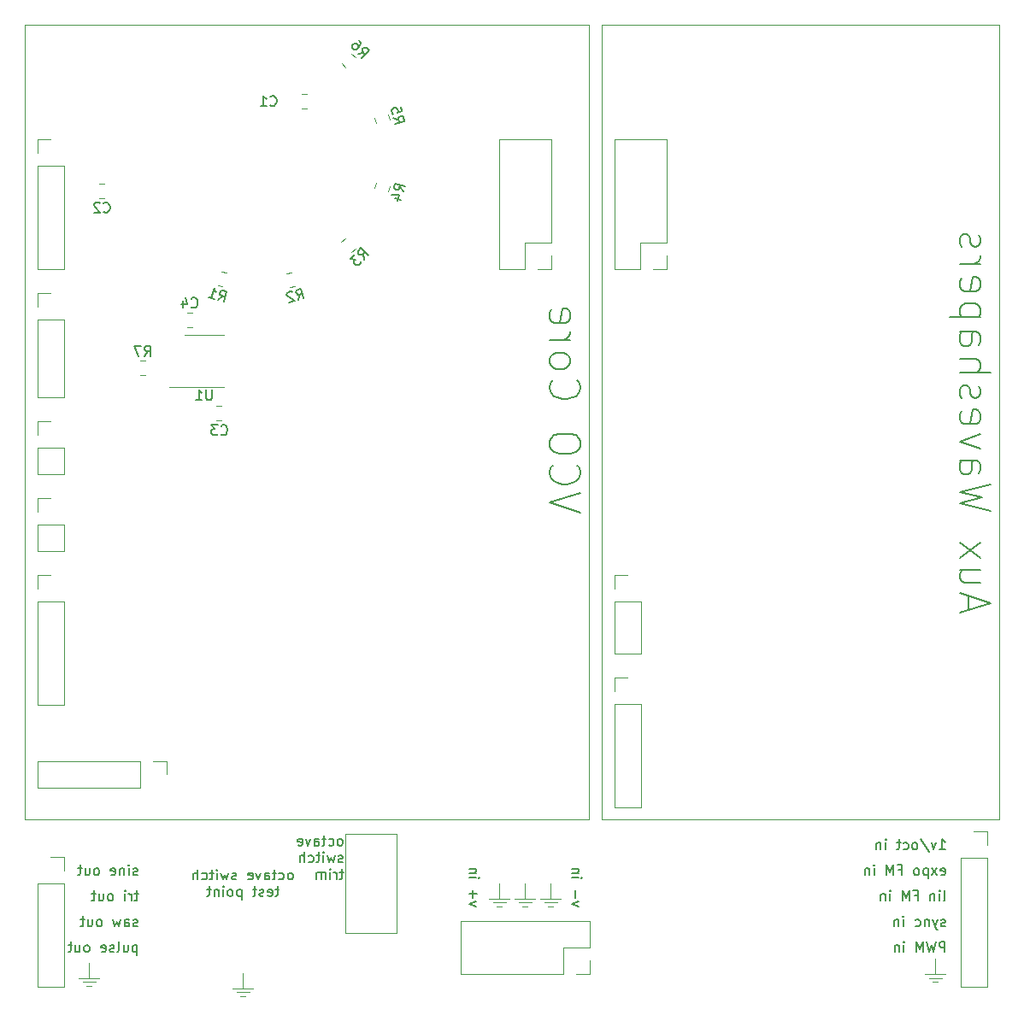
<source format=gbr>
G04 #@! TF.GenerationSoftware,KiCad,Pcbnew,5.1.6-c6e7f7d~86~ubuntu18.04.1*
G04 #@! TF.CreationDate,2020-06-20T10:33:53-04:00*
G04 #@! TF.ProjectId,oscillator_carrier_board,6f736369-6c6c-4617-946f-725f63617272,1*
G04 #@! TF.SameCoordinates,Original*
G04 #@! TF.FileFunction,Legend,Bot*
G04 #@! TF.FilePolarity,Positive*
%FSLAX46Y46*%
G04 Gerber Fmt 4.6, Leading zero omitted, Abs format (unit mm)*
G04 Created by KiCad (PCBNEW 5.1.6-c6e7f7d~86~ubuntu18.04.1) date 2020-06-20 10:33:53*
%MOMM*%
%LPD*%
G01*
G04 APERTURE LIST*
%ADD10C,0.120000*%
%ADD11C,0.150000*%
G04 APERTURE END LIST*
D10*
X123444000Y-147574000D02*
X125476000Y-147574000D01*
X124460000Y-147574000D02*
X124460000Y-146050000D01*
X123825000Y-147955000D02*
X125095000Y-147955000D01*
X124206000Y-148336000D02*
X124714000Y-148336000D01*
D11*
X129221904Y-136787380D02*
X129317142Y-136739761D01*
X129364761Y-136692142D01*
X129412380Y-136596904D01*
X129412380Y-136311190D01*
X129364761Y-136215952D01*
X129317142Y-136168333D01*
X129221904Y-136120714D01*
X129079047Y-136120714D01*
X128983809Y-136168333D01*
X128936190Y-136215952D01*
X128888571Y-136311190D01*
X128888571Y-136596904D01*
X128936190Y-136692142D01*
X128983809Y-136739761D01*
X129079047Y-136787380D01*
X129221904Y-136787380D01*
X128031428Y-136739761D02*
X128126666Y-136787380D01*
X128317142Y-136787380D01*
X128412380Y-136739761D01*
X128460000Y-136692142D01*
X128507619Y-136596904D01*
X128507619Y-136311190D01*
X128460000Y-136215952D01*
X128412380Y-136168333D01*
X128317142Y-136120714D01*
X128126666Y-136120714D01*
X128031428Y-136168333D01*
X127745714Y-136120714D02*
X127364761Y-136120714D01*
X127602857Y-135787380D02*
X127602857Y-136644523D01*
X127555238Y-136739761D01*
X127460000Y-136787380D01*
X127364761Y-136787380D01*
X126602857Y-136787380D02*
X126602857Y-136263571D01*
X126650476Y-136168333D01*
X126745714Y-136120714D01*
X126936190Y-136120714D01*
X127031428Y-136168333D01*
X126602857Y-136739761D02*
X126698095Y-136787380D01*
X126936190Y-136787380D01*
X127031428Y-136739761D01*
X127079047Y-136644523D01*
X127079047Y-136549285D01*
X127031428Y-136454047D01*
X126936190Y-136406428D01*
X126698095Y-136406428D01*
X126602857Y-136358809D01*
X126221904Y-136120714D02*
X125983809Y-136787380D01*
X125745714Y-136120714D01*
X124983809Y-136739761D02*
X125079047Y-136787380D01*
X125269523Y-136787380D01*
X125364761Y-136739761D01*
X125412380Y-136644523D01*
X125412380Y-136263571D01*
X125364761Y-136168333D01*
X125269523Y-136120714D01*
X125079047Y-136120714D01*
X124983809Y-136168333D01*
X124936190Y-136263571D01*
X124936190Y-136358809D01*
X125412380Y-136454047D01*
X123793333Y-136739761D02*
X123698095Y-136787380D01*
X123507619Y-136787380D01*
X123412380Y-136739761D01*
X123364761Y-136644523D01*
X123364761Y-136596904D01*
X123412380Y-136501666D01*
X123507619Y-136454047D01*
X123650476Y-136454047D01*
X123745714Y-136406428D01*
X123793333Y-136311190D01*
X123793333Y-136263571D01*
X123745714Y-136168333D01*
X123650476Y-136120714D01*
X123507619Y-136120714D01*
X123412380Y-136168333D01*
X123031428Y-136120714D02*
X122840952Y-136787380D01*
X122650476Y-136311190D01*
X122460000Y-136787380D01*
X122269523Y-136120714D01*
X121888571Y-136787380D02*
X121888571Y-136120714D01*
X121888571Y-135787380D02*
X121936190Y-135835000D01*
X121888571Y-135882619D01*
X121840952Y-135835000D01*
X121888571Y-135787380D01*
X121888571Y-135882619D01*
X121555238Y-136120714D02*
X121174285Y-136120714D01*
X121412380Y-135787380D02*
X121412380Y-136644523D01*
X121364761Y-136739761D01*
X121269523Y-136787380D01*
X121174285Y-136787380D01*
X120412380Y-136739761D02*
X120507619Y-136787380D01*
X120698095Y-136787380D01*
X120793333Y-136739761D01*
X120840952Y-136692142D01*
X120888571Y-136596904D01*
X120888571Y-136311190D01*
X120840952Y-136215952D01*
X120793333Y-136168333D01*
X120698095Y-136120714D01*
X120507619Y-136120714D01*
X120412380Y-136168333D01*
X119983809Y-136787380D02*
X119983809Y-135787380D01*
X119555238Y-136787380D02*
X119555238Y-136263571D01*
X119602857Y-136168333D01*
X119698095Y-136120714D01*
X119840952Y-136120714D01*
X119936190Y-136168333D01*
X119983809Y-136215952D01*
X128031428Y-137770714D02*
X127650476Y-137770714D01*
X127888571Y-137437380D02*
X127888571Y-138294523D01*
X127840952Y-138389761D01*
X127745714Y-138437380D01*
X127650476Y-138437380D01*
X126936190Y-138389761D02*
X127031428Y-138437380D01*
X127221904Y-138437380D01*
X127317142Y-138389761D01*
X127364761Y-138294523D01*
X127364761Y-137913571D01*
X127317142Y-137818333D01*
X127221904Y-137770714D01*
X127031428Y-137770714D01*
X126936190Y-137818333D01*
X126888571Y-137913571D01*
X126888571Y-138008809D01*
X127364761Y-138104047D01*
X126507619Y-138389761D02*
X126412380Y-138437380D01*
X126221904Y-138437380D01*
X126126666Y-138389761D01*
X126079047Y-138294523D01*
X126079047Y-138246904D01*
X126126666Y-138151666D01*
X126221904Y-138104047D01*
X126364761Y-138104047D01*
X126460000Y-138056428D01*
X126507619Y-137961190D01*
X126507619Y-137913571D01*
X126460000Y-137818333D01*
X126364761Y-137770714D01*
X126221904Y-137770714D01*
X126126666Y-137818333D01*
X125793333Y-137770714D02*
X125412380Y-137770714D01*
X125650476Y-137437380D02*
X125650476Y-138294523D01*
X125602857Y-138389761D01*
X125507619Y-138437380D01*
X125412380Y-138437380D01*
X124317142Y-137770714D02*
X124317142Y-138770714D01*
X124317142Y-137818333D02*
X124221904Y-137770714D01*
X124031428Y-137770714D01*
X123936190Y-137818333D01*
X123888571Y-137865952D01*
X123840952Y-137961190D01*
X123840952Y-138246904D01*
X123888571Y-138342142D01*
X123936190Y-138389761D01*
X124031428Y-138437380D01*
X124221904Y-138437380D01*
X124317142Y-138389761D01*
X123269523Y-138437380D02*
X123364761Y-138389761D01*
X123412380Y-138342142D01*
X123460000Y-138246904D01*
X123460000Y-137961190D01*
X123412380Y-137865952D01*
X123364761Y-137818333D01*
X123269523Y-137770714D01*
X123126666Y-137770714D01*
X123031428Y-137818333D01*
X122983809Y-137865952D01*
X122936190Y-137961190D01*
X122936190Y-138246904D01*
X122983809Y-138342142D01*
X123031428Y-138389761D01*
X123126666Y-138437380D01*
X123269523Y-138437380D01*
X122507619Y-138437380D02*
X122507619Y-137770714D01*
X122507619Y-137437380D02*
X122555238Y-137485000D01*
X122507619Y-137532619D01*
X122460000Y-137485000D01*
X122507619Y-137437380D01*
X122507619Y-137532619D01*
X122031428Y-137770714D02*
X122031428Y-138437380D01*
X122031428Y-137865952D02*
X121983809Y-137818333D01*
X121888571Y-137770714D01*
X121745714Y-137770714D01*
X121650476Y-137818333D01*
X121602857Y-137913571D01*
X121602857Y-138437380D01*
X121269523Y-137770714D02*
X120888571Y-137770714D01*
X121126666Y-137437380D02*
X121126666Y-138294523D01*
X121079047Y-138389761D01*
X120983809Y-138437380D01*
X120888571Y-138437380D01*
X113964404Y-143295714D02*
X113964404Y-144295714D01*
X113964404Y-143343333D02*
X113869166Y-143295714D01*
X113678690Y-143295714D01*
X113583452Y-143343333D01*
X113535833Y-143390952D01*
X113488214Y-143486190D01*
X113488214Y-143771904D01*
X113535833Y-143867142D01*
X113583452Y-143914761D01*
X113678690Y-143962380D01*
X113869166Y-143962380D01*
X113964404Y-143914761D01*
X112631071Y-143295714D02*
X112631071Y-143962380D01*
X113059642Y-143295714D02*
X113059642Y-143819523D01*
X113012023Y-143914761D01*
X112916785Y-143962380D01*
X112773928Y-143962380D01*
X112678690Y-143914761D01*
X112631071Y-143867142D01*
X112012023Y-143962380D02*
X112107261Y-143914761D01*
X112154880Y-143819523D01*
X112154880Y-142962380D01*
X111678690Y-143914761D02*
X111583452Y-143962380D01*
X111392976Y-143962380D01*
X111297738Y-143914761D01*
X111250119Y-143819523D01*
X111250119Y-143771904D01*
X111297738Y-143676666D01*
X111392976Y-143629047D01*
X111535833Y-143629047D01*
X111631071Y-143581428D01*
X111678690Y-143486190D01*
X111678690Y-143438571D01*
X111631071Y-143343333D01*
X111535833Y-143295714D01*
X111392976Y-143295714D01*
X111297738Y-143343333D01*
X110440595Y-143914761D02*
X110535833Y-143962380D01*
X110726309Y-143962380D01*
X110821547Y-143914761D01*
X110869166Y-143819523D01*
X110869166Y-143438571D01*
X110821547Y-143343333D01*
X110726309Y-143295714D01*
X110535833Y-143295714D01*
X110440595Y-143343333D01*
X110392976Y-143438571D01*
X110392976Y-143533809D01*
X110869166Y-143629047D01*
X109059642Y-143962380D02*
X109154880Y-143914761D01*
X109202500Y-143867142D01*
X109250119Y-143771904D01*
X109250119Y-143486190D01*
X109202500Y-143390952D01*
X109154880Y-143343333D01*
X109059642Y-143295714D01*
X108916785Y-143295714D01*
X108821547Y-143343333D01*
X108773928Y-143390952D01*
X108726309Y-143486190D01*
X108726309Y-143771904D01*
X108773928Y-143867142D01*
X108821547Y-143914761D01*
X108916785Y-143962380D01*
X109059642Y-143962380D01*
X107869166Y-143295714D02*
X107869166Y-143962380D01*
X108297738Y-143295714D02*
X108297738Y-143819523D01*
X108250119Y-143914761D01*
X108154880Y-143962380D01*
X108012023Y-143962380D01*
X107916785Y-143914761D01*
X107869166Y-143867142D01*
X107535833Y-143295714D02*
X107154880Y-143295714D01*
X107392976Y-142962380D02*
X107392976Y-143819523D01*
X107345357Y-143914761D01*
X107250119Y-143962380D01*
X107154880Y-143962380D01*
X134141547Y-133422380D02*
X134236785Y-133374761D01*
X134284404Y-133327142D01*
X134332023Y-133231904D01*
X134332023Y-132946190D01*
X134284404Y-132850952D01*
X134236785Y-132803333D01*
X134141547Y-132755714D01*
X133998690Y-132755714D01*
X133903452Y-132803333D01*
X133855833Y-132850952D01*
X133808214Y-132946190D01*
X133808214Y-133231904D01*
X133855833Y-133327142D01*
X133903452Y-133374761D01*
X133998690Y-133422380D01*
X134141547Y-133422380D01*
X132951071Y-133374761D02*
X133046309Y-133422380D01*
X133236785Y-133422380D01*
X133332023Y-133374761D01*
X133379642Y-133327142D01*
X133427261Y-133231904D01*
X133427261Y-132946190D01*
X133379642Y-132850952D01*
X133332023Y-132803333D01*
X133236785Y-132755714D01*
X133046309Y-132755714D01*
X132951071Y-132803333D01*
X132665357Y-132755714D02*
X132284404Y-132755714D01*
X132522500Y-132422380D02*
X132522500Y-133279523D01*
X132474880Y-133374761D01*
X132379642Y-133422380D01*
X132284404Y-133422380D01*
X131522500Y-133422380D02*
X131522500Y-132898571D01*
X131570119Y-132803333D01*
X131665357Y-132755714D01*
X131855833Y-132755714D01*
X131951071Y-132803333D01*
X131522500Y-133374761D02*
X131617738Y-133422380D01*
X131855833Y-133422380D01*
X131951071Y-133374761D01*
X131998690Y-133279523D01*
X131998690Y-133184285D01*
X131951071Y-133089047D01*
X131855833Y-133041428D01*
X131617738Y-133041428D01*
X131522500Y-132993809D01*
X131141547Y-132755714D02*
X130903452Y-133422380D01*
X130665357Y-132755714D01*
X129903452Y-133374761D02*
X129998690Y-133422380D01*
X130189166Y-133422380D01*
X130284404Y-133374761D01*
X130332023Y-133279523D01*
X130332023Y-132898571D01*
X130284404Y-132803333D01*
X130189166Y-132755714D01*
X129998690Y-132755714D01*
X129903452Y-132803333D01*
X129855833Y-132898571D01*
X129855833Y-132993809D01*
X130332023Y-133089047D01*
X134332023Y-135024761D02*
X134236785Y-135072380D01*
X134046309Y-135072380D01*
X133951071Y-135024761D01*
X133903452Y-134929523D01*
X133903452Y-134881904D01*
X133951071Y-134786666D01*
X134046309Y-134739047D01*
X134189166Y-134739047D01*
X134284404Y-134691428D01*
X134332023Y-134596190D01*
X134332023Y-134548571D01*
X134284404Y-134453333D01*
X134189166Y-134405714D01*
X134046309Y-134405714D01*
X133951071Y-134453333D01*
X133570119Y-134405714D02*
X133379642Y-135072380D01*
X133189166Y-134596190D01*
X132998690Y-135072380D01*
X132808214Y-134405714D01*
X132427261Y-135072380D02*
X132427261Y-134405714D01*
X132427261Y-134072380D02*
X132474880Y-134120000D01*
X132427261Y-134167619D01*
X132379642Y-134120000D01*
X132427261Y-134072380D01*
X132427261Y-134167619D01*
X132093928Y-134405714D02*
X131712976Y-134405714D01*
X131951071Y-134072380D02*
X131951071Y-134929523D01*
X131903452Y-135024761D01*
X131808214Y-135072380D01*
X131712976Y-135072380D01*
X130951071Y-135024761D02*
X131046309Y-135072380D01*
X131236785Y-135072380D01*
X131332023Y-135024761D01*
X131379642Y-134977142D01*
X131427261Y-134881904D01*
X131427261Y-134596190D01*
X131379642Y-134500952D01*
X131332023Y-134453333D01*
X131236785Y-134405714D01*
X131046309Y-134405714D01*
X130951071Y-134453333D01*
X130522500Y-135072380D02*
X130522500Y-134072380D01*
X130093928Y-135072380D02*
X130093928Y-134548571D01*
X130141547Y-134453333D01*
X130236785Y-134405714D01*
X130379642Y-134405714D01*
X130474880Y-134453333D01*
X130522500Y-134500952D01*
X134427261Y-136055714D02*
X134046309Y-136055714D01*
X134284404Y-135722380D02*
X134284404Y-136579523D01*
X134236785Y-136674761D01*
X134141547Y-136722380D01*
X134046309Y-136722380D01*
X133712976Y-136722380D02*
X133712976Y-136055714D01*
X133712976Y-136246190D02*
X133665357Y-136150952D01*
X133617738Y-136103333D01*
X133522500Y-136055714D01*
X133427261Y-136055714D01*
X133093928Y-136722380D02*
X133093928Y-136055714D01*
X133093928Y-135722380D02*
X133141547Y-135770000D01*
X133093928Y-135817619D01*
X133046309Y-135770000D01*
X133093928Y-135722380D01*
X133093928Y-135817619D01*
X132617738Y-136722380D02*
X132617738Y-136055714D01*
X132617738Y-136150952D02*
X132570119Y-136103333D01*
X132474880Y-136055714D01*
X132332023Y-136055714D01*
X132236785Y-136103333D01*
X132189166Y-136198571D01*
X132189166Y-136722380D01*
X132189166Y-136198571D02*
X132141547Y-136103333D01*
X132046309Y-136055714D01*
X131903452Y-136055714D01*
X131808214Y-136103333D01*
X131760595Y-136198571D01*
X131760595Y-136722380D01*
X147534285Y-139459642D02*
X146867619Y-139221547D01*
X147534285Y-138983452D01*
X147248571Y-138602500D02*
X147248571Y-137840595D01*
X146867619Y-138221547D02*
X147629523Y-138221547D01*
X146867619Y-136602500D02*
X147534285Y-136602500D01*
X147867619Y-136602500D02*
X147820000Y-136650119D01*
X147772380Y-136602500D01*
X147820000Y-136554880D01*
X147867619Y-136602500D01*
X147772380Y-136602500D01*
X147534285Y-136126309D02*
X146867619Y-136126309D01*
X147439047Y-136126309D02*
X147486666Y-136078690D01*
X147534285Y-135983452D01*
X147534285Y-135840595D01*
X147486666Y-135745357D01*
X147391428Y-135697738D01*
X146867619Y-135697738D01*
X157694285Y-139459642D02*
X157027619Y-139221547D01*
X157694285Y-138983452D01*
X157408571Y-138602500D02*
X157408571Y-137840595D01*
X157027619Y-136602500D02*
X157694285Y-136602500D01*
X158027619Y-136602500D02*
X157980000Y-136650119D01*
X157932380Y-136602500D01*
X157980000Y-136554880D01*
X158027619Y-136602500D01*
X157932380Y-136602500D01*
X157694285Y-136126309D02*
X157027619Y-136126309D01*
X157599047Y-136126309D02*
X157646666Y-136078690D01*
X157694285Y-135983452D01*
X157694285Y-135840595D01*
X157646666Y-135745357D01*
X157551428Y-135697738D01*
X157027619Y-135697738D01*
D10*
X149225000Y-139065000D02*
X150495000Y-139065000D01*
X149606000Y-139446000D02*
X150114000Y-139446000D01*
X149860000Y-138684000D02*
X149860000Y-137160000D01*
X148844000Y-138684000D02*
X150876000Y-138684000D01*
X151765000Y-139065000D02*
X153035000Y-139065000D01*
X152146000Y-139446000D02*
X152654000Y-139446000D01*
X152400000Y-138684000D02*
X152400000Y-137160000D01*
X151384000Y-138684000D02*
X153416000Y-138684000D01*
X154305000Y-139065000D02*
X155575000Y-139065000D01*
X154686000Y-139446000D02*
X155194000Y-139446000D01*
X154940000Y-138684000D02*
X154940000Y-137160000D01*
X153924000Y-138684000D02*
X155956000Y-138684000D01*
D11*
X193974404Y-143962380D02*
X193974404Y-142962380D01*
X193593452Y-142962380D01*
X193498214Y-143010000D01*
X193450595Y-143057619D01*
X193402976Y-143152857D01*
X193402976Y-143295714D01*
X193450595Y-143390952D01*
X193498214Y-143438571D01*
X193593452Y-143486190D01*
X193974404Y-143486190D01*
X193069642Y-142962380D02*
X192831547Y-143962380D01*
X192641071Y-143248095D01*
X192450595Y-143962380D01*
X192212500Y-142962380D01*
X191831547Y-143962380D02*
X191831547Y-142962380D01*
X191498214Y-143676666D01*
X191164880Y-142962380D01*
X191164880Y-143962380D01*
X189926785Y-143962380D02*
X189926785Y-143295714D01*
X189926785Y-142962380D02*
X189974404Y-143010000D01*
X189926785Y-143057619D01*
X189879166Y-143010000D01*
X189926785Y-142962380D01*
X189926785Y-143057619D01*
X189450595Y-143295714D02*
X189450595Y-143962380D01*
X189450595Y-143390952D02*
X189402976Y-143343333D01*
X189307738Y-143295714D01*
X189164880Y-143295714D01*
X189069642Y-143343333D01*
X189022023Y-143438571D01*
X189022023Y-143962380D01*
X194022023Y-141374761D02*
X193926785Y-141422380D01*
X193736309Y-141422380D01*
X193641071Y-141374761D01*
X193593452Y-141279523D01*
X193593452Y-141231904D01*
X193641071Y-141136666D01*
X193736309Y-141089047D01*
X193879166Y-141089047D01*
X193974404Y-141041428D01*
X194022023Y-140946190D01*
X194022023Y-140898571D01*
X193974404Y-140803333D01*
X193879166Y-140755714D01*
X193736309Y-140755714D01*
X193641071Y-140803333D01*
X193260119Y-140755714D02*
X193022023Y-141422380D01*
X192783928Y-140755714D02*
X193022023Y-141422380D01*
X193117261Y-141660476D01*
X193164880Y-141708095D01*
X193260119Y-141755714D01*
X192402976Y-140755714D02*
X192402976Y-141422380D01*
X192402976Y-140850952D02*
X192355357Y-140803333D01*
X192260119Y-140755714D01*
X192117261Y-140755714D01*
X192022023Y-140803333D01*
X191974404Y-140898571D01*
X191974404Y-141422380D01*
X191069642Y-141374761D02*
X191164880Y-141422380D01*
X191355357Y-141422380D01*
X191450595Y-141374761D01*
X191498214Y-141327142D01*
X191545833Y-141231904D01*
X191545833Y-140946190D01*
X191498214Y-140850952D01*
X191450595Y-140803333D01*
X191355357Y-140755714D01*
X191164880Y-140755714D01*
X191069642Y-140803333D01*
X189879166Y-141422380D02*
X189879166Y-140755714D01*
X189879166Y-140422380D02*
X189926785Y-140470000D01*
X189879166Y-140517619D01*
X189831547Y-140470000D01*
X189879166Y-140422380D01*
X189879166Y-140517619D01*
X189402976Y-140755714D02*
X189402976Y-141422380D01*
X189402976Y-140850952D02*
X189355357Y-140803333D01*
X189260119Y-140755714D01*
X189117261Y-140755714D01*
X189022023Y-140803333D01*
X188974404Y-140898571D01*
X188974404Y-141422380D01*
X193831547Y-138882380D02*
X193926785Y-138834761D01*
X193974404Y-138739523D01*
X193974404Y-137882380D01*
X193450595Y-138882380D02*
X193450595Y-138215714D01*
X193450595Y-137882380D02*
X193498214Y-137930000D01*
X193450595Y-137977619D01*
X193402976Y-137930000D01*
X193450595Y-137882380D01*
X193450595Y-137977619D01*
X192974404Y-138215714D02*
X192974404Y-138882380D01*
X192974404Y-138310952D02*
X192926785Y-138263333D01*
X192831547Y-138215714D01*
X192688690Y-138215714D01*
X192593452Y-138263333D01*
X192545833Y-138358571D01*
X192545833Y-138882380D01*
X190974404Y-138358571D02*
X191307738Y-138358571D01*
X191307738Y-138882380D02*
X191307738Y-137882380D01*
X190831547Y-137882380D01*
X190450595Y-138882380D02*
X190450595Y-137882380D01*
X190117261Y-138596666D01*
X189783928Y-137882380D01*
X189783928Y-138882380D01*
X188545833Y-138882380D02*
X188545833Y-138215714D01*
X188545833Y-137882380D02*
X188593452Y-137930000D01*
X188545833Y-137977619D01*
X188498214Y-137930000D01*
X188545833Y-137882380D01*
X188545833Y-137977619D01*
X188069642Y-138215714D02*
X188069642Y-138882380D01*
X188069642Y-138310952D02*
X188022023Y-138263333D01*
X187926785Y-138215714D01*
X187783928Y-138215714D01*
X187688690Y-138263333D01*
X187641071Y-138358571D01*
X187641071Y-138882380D01*
X193593452Y-136294761D02*
X193688690Y-136342380D01*
X193879166Y-136342380D01*
X193974404Y-136294761D01*
X194022023Y-136199523D01*
X194022023Y-135818571D01*
X193974404Y-135723333D01*
X193879166Y-135675714D01*
X193688690Y-135675714D01*
X193593452Y-135723333D01*
X193545833Y-135818571D01*
X193545833Y-135913809D01*
X194022023Y-136009047D01*
X193212500Y-136342380D02*
X192688690Y-135675714D01*
X193212500Y-135675714D02*
X192688690Y-136342380D01*
X192307738Y-135675714D02*
X192307738Y-136675714D01*
X192307738Y-135723333D02*
X192212500Y-135675714D01*
X192022023Y-135675714D01*
X191926785Y-135723333D01*
X191879166Y-135770952D01*
X191831547Y-135866190D01*
X191831547Y-136151904D01*
X191879166Y-136247142D01*
X191926785Y-136294761D01*
X192022023Y-136342380D01*
X192212500Y-136342380D01*
X192307738Y-136294761D01*
X191260119Y-136342380D02*
X191355357Y-136294761D01*
X191402976Y-136247142D01*
X191450595Y-136151904D01*
X191450595Y-135866190D01*
X191402976Y-135770952D01*
X191355357Y-135723333D01*
X191260119Y-135675714D01*
X191117261Y-135675714D01*
X191022023Y-135723333D01*
X190974404Y-135770952D01*
X190926785Y-135866190D01*
X190926785Y-136151904D01*
X190974404Y-136247142D01*
X191022023Y-136294761D01*
X191117261Y-136342380D01*
X191260119Y-136342380D01*
X189402976Y-135818571D02*
X189736309Y-135818571D01*
X189736309Y-136342380D02*
X189736309Y-135342380D01*
X189260119Y-135342380D01*
X188879166Y-136342380D02*
X188879166Y-135342380D01*
X188545833Y-136056666D01*
X188212500Y-135342380D01*
X188212500Y-136342380D01*
X186974404Y-136342380D02*
X186974404Y-135675714D01*
X186974404Y-135342380D02*
X187022023Y-135390000D01*
X186974404Y-135437619D01*
X186926785Y-135390000D01*
X186974404Y-135342380D01*
X186974404Y-135437619D01*
X186498214Y-135675714D02*
X186498214Y-136342380D01*
X186498214Y-135770952D02*
X186450595Y-135723333D01*
X186355357Y-135675714D01*
X186212500Y-135675714D01*
X186117261Y-135723333D01*
X186069642Y-135818571D01*
X186069642Y-136342380D01*
X193450595Y-133802380D02*
X194022023Y-133802380D01*
X193736309Y-133802380D02*
X193736309Y-132802380D01*
X193831547Y-132945238D01*
X193926785Y-133040476D01*
X194022023Y-133088095D01*
X193117261Y-133135714D02*
X192879166Y-133802380D01*
X192641071Y-133135714D01*
X191545833Y-132754761D02*
X192402976Y-134040476D01*
X191069642Y-133802380D02*
X191164880Y-133754761D01*
X191212500Y-133707142D01*
X191260119Y-133611904D01*
X191260119Y-133326190D01*
X191212500Y-133230952D01*
X191164880Y-133183333D01*
X191069642Y-133135714D01*
X190926785Y-133135714D01*
X190831547Y-133183333D01*
X190783928Y-133230952D01*
X190736309Y-133326190D01*
X190736309Y-133611904D01*
X190783928Y-133707142D01*
X190831547Y-133754761D01*
X190926785Y-133802380D01*
X191069642Y-133802380D01*
X189879166Y-133754761D02*
X189974404Y-133802380D01*
X190164880Y-133802380D01*
X190260119Y-133754761D01*
X190307738Y-133707142D01*
X190355357Y-133611904D01*
X190355357Y-133326190D01*
X190307738Y-133230952D01*
X190260119Y-133183333D01*
X190164880Y-133135714D01*
X189974404Y-133135714D01*
X189879166Y-133183333D01*
X189593452Y-133135714D02*
X189212500Y-133135714D01*
X189450595Y-132802380D02*
X189450595Y-133659523D01*
X189402976Y-133754761D01*
X189307738Y-133802380D01*
X189212500Y-133802380D01*
X188117261Y-133802380D02*
X188117261Y-133135714D01*
X188117261Y-132802380D02*
X188164880Y-132850000D01*
X188117261Y-132897619D01*
X188069642Y-132850000D01*
X188117261Y-132802380D01*
X188117261Y-132897619D01*
X187641071Y-133135714D02*
X187641071Y-133802380D01*
X187641071Y-133230952D02*
X187593452Y-133183333D01*
X187498214Y-133135714D01*
X187355357Y-133135714D01*
X187260119Y-133183333D01*
X187212500Y-133278571D01*
X187212500Y-133802380D01*
D10*
X193040000Y-146177000D02*
X193040000Y-144653000D01*
X192024000Y-146177000D02*
X194056000Y-146177000D01*
X192786000Y-146939000D02*
X193294000Y-146939000D01*
X192405000Y-146558000D02*
X193675000Y-146558000D01*
X108966000Y-147320000D02*
X109474000Y-147320000D01*
X108585000Y-146939000D02*
X109855000Y-146939000D01*
X109220000Y-146558000D02*
X109220000Y-145034000D01*
X108204000Y-146558000D02*
X110236000Y-146558000D01*
D11*
X114012023Y-141374761D02*
X113916785Y-141422380D01*
X113726309Y-141422380D01*
X113631071Y-141374761D01*
X113583452Y-141279523D01*
X113583452Y-141231904D01*
X113631071Y-141136666D01*
X113726309Y-141089047D01*
X113869166Y-141089047D01*
X113964404Y-141041428D01*
X114012023Y-140946190D01*
X114012023Y-140898571D01*
X113964404Y-140803333D01*
X113869166Y-140755714D01*
X113726309Y-140755714D01*
X113631071Y-140803333D01*
X112726309Y-141422380D02*
X112726309Y-140898571D01*
X112773928Y-140803333D01*
X112869166Y-140755714D01*
X113059642Y-140755714D01*
X113154880Y-140803333D01*
X112726309Y-141374761D02*
X112821547Y-141422380D01*
X113059642Y-141422380D01*
X113154880Y-141374761D01*
X113202500Y-141279523D01*
X113202500Y-141184285D01*
X113154880Y-141089047D01*
X113059642Y-141041428D01*
X112821547Y-141041428D01*
X112726309Y-140993809D01*
X112345357Y-140755714D02*
X112154880Y-141422380D01*
X111964404Y-140946190D01*
X111773928Y-141422380D01*
X111583452Y-140755714D01*
X110297738Y-141422380D02*
X110392976Y-141374761D01*
X110440595Y-141327142D01*
X110488214Y-141231904D01*
X110488214Y-140946190D01*
X110440595Y-140850952D01*
X110392976Y-140803333D01*
X110297738Y-140755714D01*
X110154880Y-140755714D01*
X110059642Y-140803333D01*
X110012023Y-140850952D01*
X109964404Y-140946190D01*
X109964404Y-141231904D01*
X110012023Y-141327142D01*
X110059642Y-141374761D01*
X110154880Y-141422380D01*
X110297738Y-141422380D01*
X109107261Y-140755714D02*
X109107261Y-141422380D01*
X109535833Y-140755714D02*
X109535833Y-141279523D01*
X109488214Y-141374761D01*
X109392976Y-141422380D01*
X109250119Y-141422380D01*
X109154880Y-141374761D01*
X109107261Y-141327142D01*
X108773928Y-140755714D02*
X108392976Y-140755714D01*
X108631071Y-140422380D02*
X108631071Y-141279523D01*
X108583452Y-141374761D01*
X108488214Y-141422380D01*
X108392976Y-141422380D01*
X114107261Y-138215714D02*
X113726309Y-138215714D01*
X113964404Y-137882380D02*
X113964404Y-138739523D01*
X113916785Y-138834761D01*
X113821547Y-138882380D01*
X113726309Y-138882380D01*
X113392976Y-138882380D02*
X113392976Y-138215714D01*
X113392976Y-138406190D02*
X113345357Y-138310952D01*
X113297738Y-138263333D01*
X113202500Y-138215714D01*
X113107261Y-138215714D01*
X112773928Y-138882380D02*
X112773928Y-138215714D01*
X112773928Y-137882380D02*
X112821547Y-137930000D01*
X112773928Y-137977619D01*
X112726309Y-137930000D01*
X112773928Y-137882380D01*
X112773928Y-137977619D01*
X111392976Y-138882380D02*
X111488214Y-138834761D01*
X111535833Y-138787142D01*
X111583452Y-138691904D01*
X111583452Y-138406190D01*
X111535833Y-138310952D01*
X111488214Y-138263333D01*
X111392976Y-138215714D01*
X111250119Y-138215714D01*
X111154880Y-138263333D01*
X111107261Y-138310952D01*
X111059642Y-138406190D01*
X111059642Y-138691904D01*
X111107261Y-138787142D01*
X111154880Y-138834761D01*
X111250119Y-138882380D01*
X111392976Y-138882380D01*
X110202500Y-138215714D02*
X110202500Y-138882380D01*
X110631071Y-138215714D02*
X110631071Y-138739523D01*
X110583452Y-138834761D01*
X110488214Y-138882380D01*
X110345357Y-138882380D01*
X110250119Y-138834761D01*
X110202500Y-138787142D01*
X109869166Y-138215714D02*
X109488214Y-138215714D01*
X109726309Y-137882380D02*
X109726309Y-138739523D01*
X109678690Y-138834761D01*
X109583452Y-138882380D01*
X109488214Y-138882380D01*
X114012023Y-136294761D02*
X113916785Y-136342380D01*
X113726309Y-136342380D01*
X113631071Y-136294761D01*
X113583452Y-136199523D01*
X113583452Y-136151904D01*
X113631071Y-136056666D01*
X113726309Y-136009047D01*
X113869166Y-136009047D01*
X113964404Y-135961428D01*
X114012023Y-135866190D01*
X114012023Y-135818571D01*
X113964404Y-135723333D01*
X113869166Y-135675714D01*
X113726309Y-135675714D01*
X113631071Y-135723333D01*
X113154880Y-136342380D02*
X113154880Y-135675714D01*
X113154880Y-135342380D02*
X113202500Y-135390000D01*
X113154880Y-135437619D01*
X113107261Y-135390000D01*
X113154880Y-135342380D01*
X113154880Y-135437619D01*
X112678690Y-135675714D02*
X112678690Y-136342380D01*
X112678690Y-135770952D02*
X112631071Y-135723333D01*
X112535833Y-135675714D01*
X112392976Y-135675714D01*
X112297738Y-135723333D01*
X112250119Y-135818571D01*
X112250119Y-136342380D01*
X111392976Y-136294761D02*
X111488214Y-136342380D01*
X111678690Y-136342380D01*
X111773928Y-136294761D01*
X111821547Y-136199523D01*
X111821547Y-135818571D01*
X111773928Y-135723333D01*
X111678690Y-135675714D01*
X111488214Y-135675714D01*
X111392976Y-135723333D01*
X111345357Y-135818571D01*
X111345357Y-135913809D01*
X111821547Y-136009047D01*
X110012023Y-136342380D02*
X110107261Y-136294761D01*
X110154880Y-136247142D01*
X110202500Y-136151904D01*
X110202500Y-135866190D01*
X110154880Y-135770952D01*
X110107261Y-135723333D01*
X110012023Y-135675714D01*
X109869166Y-135675714D01*
X109773928Y-135723333D01*
X109726309Y-135770952D01*
X109678690Y-135866190D01*
X109678690Y-136151904D01*
X109726309Y-136247142D01*
X109773928Y-136294761D01*
X109869166Y-136342380D01*
X110012023Y-136342380D01*
X108821547Y-135675714D02*
X108821547Y-136342380D01*
X109250119Y-135675714D02*
X109250119Y-136199523D01*
X109202500Y-136294761D01*
X109107261Y-136342380D01*
X108964404Y-136342380D01*
X108869166Y-136294761D01*
X108821547Y-136247142D01*
X108488214Y-135675714D02*
X108107261Y-135675714D01*
X108345357Y-135342380D02*
X108345357Y-136199523D01*
X108297738Y-136294761D01*
X108202500Y-136342380D01*
X108107261Y-136342380D01*
X196350000Y-110082857D02*
X196350000Y-108654285D01*
X195492857Y-110368571D02*
X198492857Y-109368571D01*
X195492857Y-108368571D01*
X197492857Y-106082857D02*
X195492857Y-106082857D01*
X197492857Y-107368571D02*
X195921428Y-107368571D01*
X195635714Y-107225714D01*
X195492857Y-106940000D01*
X195492857Y-106511428D01*
X195635714Y-106225714D01*
X195778571Y-106082857D01*
X195492857Y-104940000D02*
X197492857Y-103368571D01*
X197492857Y-104940000D02*
X195492857Y-103368571D01*
X198492857Y-100225714D02*
X195492857Y-99511428D01*
X197635714Y-98940000D01*
X195492857Y-98368571D01*
X198492857Y-97654285D01*
X195492857Y-95225714D02*
X197064285Y-95225714D01*
X197350000Y-95368571D01*
X197492857Y-95654285D01*
X197492857Y-96225714D01*
X197350000Y-96511428D01*
X195635714Y-95225714D02*
X195492857Y-95511428D01*
X195492857Y-96225714D01*
X195635714Y-96511428D01*
X195921428Y-96654285D01*
X196207142Y-96654285D01*
X196492857Y-96511428D01*
X196635714Y-96225714D01*
X196635714Y-95511428D01*
X196778571Y-95225714D01*
X197492857Y-94082857D02*
X195492857Y-93368571D01*
X197492857Y-92654285D01*
X195635714Y-90368571D02*
X195492857Y-90654285D01*
X195492857Y-91225714D01*
X195635714Y-91511428D01*
X195921428Y-91654285D01*
X197064285Y-91654285D01*
X197350000Y-91511428D01*
X197492857Y-91225714D01*
X197492857Y-90654285D01*
X197350000Y-90368571D01*
X197064285Y-90225714D01*
X196778571Y-90225714D01*
X196492857Y-91654285D01*
X195635714Y-89082857D02*
X195492857Y-88797142D01*
X195492857Y-88225714D01*
X195635714Y-87940000D01*
X195921428Y-87797142D01*
X196064285Y-87797142D01*
X196350000Y-87940000D01*
X196492857Y-88225714D01*
X196492857Y-88654285D01*
X196635714Y-88940000D01*
X196921428Y-89082857D01*
X197064285Y-89082857D01*
X197350000Y-88940000D01*
X197492857Y-88654285D01*
X197492857Y-88225714D01*
X197350000Y-87940000D01*
X195492857Y-86511428D02*
X198492857Y-86511428D01*
X195492857Y-85225714D02*
X197064285Y-85225714D01*
X197350000Y-85368571D01*
X197492857Y-85654285D01*
X197492857Y-86082857D01*
X197350000Y-86368571D01*
X197207142Y-86511428D01*
X195492857Y-82511428D02*
X197064285Y-82511428D01*
X197350000Y-82654285D01*
X197492857Y-82940000D01*
X197492857Y-83511428D01*
X197350000Y-83797142D01*
X195635714Y-82511428D02*
X195492857Y-82797142D01*
X195492857Y-83511428D01*
X195635714Y-83797142D01*
X195921428Y-83940000D01*
X196207142Y-83940000D01*
X196492857Y-83797142D01*
X196635714Y-83511428D01*
X196635714Y-82797142D01*
X196778571Y-82511428D01*
X197492857Y-81082857D02*
X194492857Y-81082857D01*
X197350000Y-81082857D02*
X197492857Y-80797142D01*
X197492857Y-80225714D01*
X197350000Y-79940000D01*
X197207142Y-79797142D01*
X196921428Y-79654285D01*
X196064285Y-79654285D01*
X195778571Y-79797142D01*
X195635714Y-79940000D01*
X195492857Y-80225714D01*
X195492857Y-80797142D01*
X195635714Y-81082857D01*
X195635714Y-77225714D02*
X195492857Y-77511428D01*
X195492857Y-78082857D01*
X195635714Y-78368571D01*
X195921428Y-78511428D01*
X197064285Y-78511428D01*
X197350000Y-78368571D01*
X197492857Y-78082857D01*
X197492857Y-77511428D01*
X197350000Y-77225714D01*
X197064285Y-77082857D01*
X196778571Y-77082857D01*
X196492857Y-78511428D01*
X195492857Y-75797142D02*
X197492857Y-75797142D01*
X196921428Y-75797142D02*
X197207142Y-75654285D01*
X197350000Y-75511428D01*
X197492857Y-75225714D01*
X197492857Y-74940000D01*
X195635714Y-74082857D02*
X195492857Y-73797142D01*
X195492857Y-73225714D01*
X195635714Y-72940000D01*
X195921428Y-72797142D01*
X196064285Y-72797142D01*
X196350000Y-72940000D01*
X196492857Y-73225714D01*
X196492857Y-73654285D01*
X196635714Y-73940000D01*
X196921428Y-74082857D01*
X197064285Y-74082857D01*
X197350000Y-73940000D01*
X197492857Y-73654285D01*
X197492857Y-73225714D01*
X197350000Y-72940000D01*
X157852857Y-100455714D02*
X154852857Y-99455714D01*
X157852857Y-98455714D01*
X155138571Y-95741428D02*
X154995714Y-95884285D01*
X154852857Y-96312857D01*
X154852857Y-96598571D01*
X154995714Y-97027142D01*
X155281428Y-97312857D01*
X155567142Y-97455714D01*
X156138571Y-97598571D01*
X156567142Y-97598571D01*
X157138571Y-97455714D01*
X157424285Y-97312857D01*
X157710000Y-97027142D01*
X157852857Y-96598571D01*
X157852857Y-96312857D01*
X157710000Y-95884285D01*
X157567142Y-95741428D01*
X157852857Y-93884285D02*
X157852857Y-93312857D01*
X157710000Y-93027142D01*
X157424285Y-92741428D01*
X156852857Y-92598571D01*
X155852857Y-92598571D01*
X155281428Y-92741428D01*
X154995714Y-93027142D01*
X154852857Y-93312857D01*
X154852857Y-93884285D01*
X154995714Y-94170000D01*
X155281428Y-94455714D01*
X155852857Y-94598571D01*
X156852857Y-94598571D01*
X157424285Y-94455714D01*
X157710000Y-94170000D01*
X157852857Y-93884285D01*
X155138571Y-87312857D02*
X154995714Y-87455714D01*
X154852857Y-87884285D01*
X154852857Y-88170000D01*
X154995714Y-88598571D01*
X155281428Y-88884285D01*
X155567142Y-89027142D01*
X156138571Y-89170000D01*
X156567142Y-89170000D01*
X157138571Y-89027142D01*
X157424285Y-88884285D01*
X157710000Y-88598571D01*
X157852857Y-88170000D01*
X157852857Y-87884285D01*
X157710000Y-87455714D01*
X157567142Y-87312857D01*
X154852857Y-85598571D02*
X154995714Y-85884285D01*
X155138571Y-86027142D01*
X155424285Y-86170000D01*
X156281428Y-86170000D01*
X156567142Y-86027142D01*
X156710000Y-85884285D01*
X156852857Y-85598571D01*
X156852857Y-85170000D01*
X156710000Y-84884285D01*
X156567142Y-84741428D01*
X156281428Y-84598571D01*
X155424285Y-84598571D01*
X155138571Y-84741428D01*
X154995714Y-84884285D01*
X154852857Y-85170000D01*
X154852857Y-85598571D01*
X154852857Y-83312857D02*
X156852857Y-83312857D01*
X156281428Y-83312857D02*
X156567142Y-83170000D01*
X156710000Y-83027142D01*
X156852857Y-82741428D01*
X156852857Y-82455714D01*
X154995714Y-80312857D02*
X154852857Y-80598571D01*
X154852857Y-81170000D01*
X154995714Y-81455714D01*
X155281428Y-81598571D01*
X156424285Y-81598571D01*
X156710000Y-81455714D01*
X156852857Y-81170000D01*
X156852857Y-80598571D01*
X156710000Y-80312857D01*
X156424285Y-80170000D01*
X156138571Y-80170000D01*
X155852857Y-81598571D01*
D10*
X199390000Y-52070000D02*
X160020000Y-52070000D01*
X199390000Y-130810000D02*
X199390000Y-52070000D01*
X160020000Y-130810000D02*
X199390000Y-130810000D01*
X160020000Y-52070000D02*
X160020000Y-130810000D01*
X158750000Y-130810000D02*
X102870000Y-130810000D01*
X158750000Y-128270000D02*
X158750000Y-130810000D01*
X158750000Y-52070000D02*
X158750000Y-128270000D01*
X102870000Y-52070000D02*
X158750000Y-52070000D01*
X102870000Y-130810000D02*
X102870000Y-52070000D01*
X120613400Y-87980200D02*
X117163400Y-87980200D01*
X120613400Y-87980200D02*
X122563400Y-87980200D01*
X120613400Y-82860200D02*
X118663400Y-82860200D01*
X120613400Y-82860200D02*
X122563400Y-82860200D01*
X119447052Y-82040800D02*
X118924548Y-82040800D01*
X119447052Y-80620800D02*
X118924548Y-80620800D01*
X122324652Y-91286400D02*
X121802148Y-91286400D01*
X122324652Y-89866400D02*
X121802148Y-89866400D01*
X198180000Y-132020000D02*
X196850000Y-132020000D01*
X198180000Y-133350000D02*
X198180000Y-132020000D01*
X198180000Y-134620000D02*
X195520000Y-134620000D01*
X195520000Y-134620000D02*
X195520000Y-147380000D01*
X198180000Y-134620000D02*
X198180000Y-147380000D01*
X198180000Y-147380000D02*
X195520000Y-147380000D01*
X114806252Y-85396000D02*
X114283748Y-85396000D01*
X114806252Y-86816000D02*
X114283748Y-86816000D01*
X134224437Y-55929729D02*
X134593903Y-56299195D01*
X135228529Y-54925637D02*
X135597995Y-55295103D01*
X137473376Y-61348611D02*
X137608610Y-61853312D01*
X138844990Y-60981088D02*
X138980224Y-61485789D01*
X137619900Y-67738014D02*
X137484666Y-68242715D01*
X138991514Y-68105537D02*
X138856280Y-68610238D01*
X134570271Y-73239037D02*
X134200805Y-73608503D01*
X135574363Y-74243129D02*
X135204897Y-74612595D01*
X129252463Y-76603686D02*
X128747762Y-76738920D01*
X129619986Y-77975300D02*
X129115285Y-78110534D01*
X122813838Y-76662720D02*
X122309137Y-76527486D01*
X122446315Y-78034334D02*
X121941614Y-77899100D01*
X110228748Y-69290000D02*
X110751252Y-69290000D01*
X110228748Y-67870000D02*
X110751252Y-67870000D01*
X130303748Y-60400000D02*
X130826252Y-60400000D01*
X130303748Y-58980000D02*
X130826252Y-58980000D01*
X165100000Y-76260000D02*
X166430000Y-76260000D01*
X166430000Y-76260000D02*
X166430000Y-74930000D01*
X163830000Y-76260000D02*
X163830000Y-73660000D01*
X163830000Y-73660000D02*
X166430000Y-73660000D01*
X166430000Y-73660000D02*
X166430000Y-63440000D01*
X161230000Y-63440000D02*
X166430000Y-63440000D01*
X161230000Y-76260000D02*
X161230000Y-63440000D01*
X161230000Y-76260000D02*
X163830000Y-76260000D01*
X162560000Y-106620000D02*
X161230000Y-106620000D01*
X161230000Y-106620000D02*
X161230000Y-107950000D01*
X161230000Y-109220000D02*
X161230000Y-114360000D01*
X163890000Y-114360000D02*
X161230000Y-114360000D01*
X163890000Y-109220000D02*
X163890000Y-114360000D01*
X163890000Y-109220000D02*
X161230000Y-109220000D01*
X162560000Y-116780000D02*
X161230000Y-116780000D01*
X161230000Y-116780000D02*
X161230000Y-118110000D01*
X161230000Y-119380000D02*
X161230000Y-129600000D01*
X163890000Y-129600000D02*
X161230000Y-129600000D01*
X163890000Y-119380000D02*
X163890000Y-129600000D01*
X163890000Y-119380000D02*
X161230000Y-119380000D01*
X158810000Y-146110000D02*
X158810000Y-144780000D01*
X157480000Y-146110000D02*
X158810000Y-146110000D01*
X158810000Y-143510000D02*
X158810000Y-140910000D01*
X156210000Y-143510000D02*
X158810000Y-143510000D01*
X156210000Y-146110000D02*
X156210000Y-143510000D01*
X158810000Y-140910000D02*
X145990000Y-140910000D01*
X156210000Y-146110000D02*
X145990000Y-146110000D01*
X145990000Y-146110000D02*
X145990000Y-140910000D01*
X106740000Y-134560000D02*
X105410000Y-134560000D01*
X106740000Y-135890000D02*
X106740000Y-134560000D01*
X106740000Y-137160000D02*
X104080000Y-137160000D01*
X104080000Y-137160000D02*
X104080000Y-147380000D01*
X106740000Y-137160000D02*
X106740000Y-147380000D01*
X106740000Y-147380000D02*
X104080000Y-147380000D01*
X134630000Y-142045000D02*
X139700000Y-142045000D01*
X134630000Y-132275000D02*
X139700000Y-132275000D01*
X139700000Y-132275000D02*
X139700000Y-142045000D01*
X134630000Y-132275000D02*
X134630000Y-142045000D01*
X105410000Y-63440000D02*
X104080000Y-63440000D01*
X104080000Y-63440000D02*
X104080000Y-64770000D01*
X104080000Y-66040000D02*
X104080000Y-76260000D01*
X106740000Y-76260000D02*
X104080000Y-76260000D01*
X106740000Y-66040000D02*
X106740000Y-76260000D01*
X106740000Y-66040000D02*
X104080000Y-66040000D01*
X116900000Y-126365000D02*
X116900000Y-125035000D01*
X116900000Y-125035000D02*
X115570000Y-125035000D01*
X114300000Y-125035000D02*
X104080000Y-125035000D01*
X104080000Y-127695000D02*
X104080000Y-125035000D01*
X114300000Y-127695000D02*
X104080000Y-127695000D01*
X114300000Y-127695000D02*
X114300000Y-125035000D01*
X153670000Y-76260000D02*
X155000000Y-76260000D01*
X155000000Y-76260000D02*
X155000000Y-74930000D01*
X152400000Y-76260000D02*
X152400000Y-73660000D01*
X152400000Y-73660000D02*
X155000000Y-73660000D01*
X155000000Y-73660000D02*
X155000000Y-63440000D01*
X149800000Y-63440000D02*
X155000000Y-63440000D01*
X149800000Y-76260000D02*
X149800000Y-63440000D01*
X149800000Y-76260000D02*
X152400000Y-76260000D01*
X105410000Y-106620000D02*
X104080000Y-106620000D01*
X104080000Y-106620000D02*
X104080000Y-107950000D01*
X104080000Y-109220000D02*
X104080000Y-119440000D01*
X106740000Y-119440000D02*
X104080000Y-119440000D01*
X106740000Y-109220000D02*
X106740000Y-119440000D01*
X106740000Y-109220000D02*
X104080000Y-109220000D01*
X105410000Y-99000000D02*
X104080000Y-99000000D01*
X104080000Y-99000000D02*
X104080000Y-100330000D01*
X104080000Y-101600000D02*
X104080000Y-104200000D01*
X106740000Y-104200000D02*
X104080000Y-104200000D01*
X106740000Y-101600000D02*
X106740000Y-104200000D01*
X106740000Y-101600000D02*
X104080000Y-101600000D01*
X105410000Y-91380000D02*
X104080000Y-91380000D01*
X104080000Y-91380000D02*
X104080000Y-92710000D01*
X104080000Y-93980000D02*
X104080000Y-96580000D01*
X106740000Y-96580000D02*
X104080000Y-96580000D01*
X106740000Y-93980000D02*
X106740000Y-96580000D01*
X106740000Y-93980000D02*
X104080000Y-93980000D01*
X105410000Y-78680000D02*
X104080000Y-78680000D01*
X104080000Y-78680000D02*
X104080000Y-80010000D01*
X104080000Y-81280000D02*
X104080000Y-88960000D01*
X106740000Y-88960000D02*
X104080000Y-88960000D01*
X106740000Y-81280000D02*
X106740000Y-88960000D01*
X106740000Y-81280000D02*
X104080000Y-81280000D01*
D11*
X121375304Y-88272580D02*
X121375304Y-89082104D01*
X121327685Y-89177342D01*
X121280066Y-89224961D01*
X121184828Y-89272580D01*
X120994352Y-89272580D01*
X120899114Y-89224961D01*
X120851495Y-89177342D01*
X120803876Y-89082104D01*
X120803876Y-88272580D01*
X119803876Y-89272580D02*
X120375304Y-89272580D01*
X120089590Y-89272580D02*
X120089590Y-88272580D01*
X120184828Y-88415438D01*
X120280066Y-88510676D01*
X120375304Y-88558295D01*
X119352466Y-80037942D02*
X119400085Y-80085561D01*
X119542942Y-80133180D01*
X119638180Y-80133180D01*
X119781038Y-80085561D01*
X119876276Y-79990323D01*
X119923895Y-79895085D01*
X119971514Y-79704609D01*
X119971514Y-79561752D01*
X119923895Y-79371276D01*
X119876276Y-79276038D01*
X119781038Y-79180800D01*
X119638180Y-79133180D01*
X119542942Y-79133180D01*
X119400085Y-79180800D01*
X119352466Y-79228419D01*
X118495323Y-79466514D02*
X118495323Y-80133180D01*
X118733419Y-79085561D02*
X118971514Y-79799847D01*
X118352466Y-79799847D01*
X122293566Y-92648042D02*
X122341185Y-92695661D01*
X122484042Y-92743280D01*
X122579280Y-92743280D01*
X122722138Y-92695661D01*
X122817376Y-92600423D01*
X122864995Y-92505185D01*
X122912614Y-92314709D01*
X122912614Y-92171852D01*
X122864995Y-91981376D01*
X122817376Y-91886138D01*
X122722138Y-91790900D01*
X122579280Y-91743280D01*
X122484042Y-91743280D01*
X122341185Y-91790900D01*
X122293566Y-91838519D01*
X121960233Y-91743280D02*
X121341185Y-91743280D01*
X121674519Y-92124233D01*
X121531661Y-92124233D01*
X121436423Y-92171852D01*
X121388804Y-92219471D01*
X121341185Y-92314709D01*
X121341185Y-92552804D01*
X121388804Y-92648042D01*
X121436423Y-92695661D01*
X121531661Y-92743280D01*
X121817376Y-92743280D01*
X121912614Y-92695661D01*
X121960233Y-92648042D01*
X114711666Y-84908380D02*
X115045000Y-84432190D01*
X115283095Y-84908380D02*
X115283095Y-83908380D01*
X114902142Y-83908380D01*
X114806904Y-83956000D01*
X114759285Y-84003619D01*
X114711666Y-84098857D01*
X114711666Y-84241714D01*
X114759285Y-84336952D01*
X114806904Y-84384571D01*
X114902142Y-84432190D01*
X115283095Y-84432190D01*
X114378333Y-83908380D02*
X113711666Y-83908380D01*
X114140238Y-84908380D01*
X135840369Y-54946132D02*
X136412789Y-54845117D01*
X136244430Y-55350193D02*
X136951537Y-54643087D01*
X136682163Y-54373712D01*
X136581148Y-54340041D01*
X136513804Y-54340041D01*
X136412789Y-54373712D01*
X136311774Y-54474728D01*
X136278102Y-54575743D01*
X136278102Y-54643087D01*
X136311774Y-54744102D01*
X136581148Y-55013476D01*
X135941384Y-53632934D02*
X136076071Y-53767621D01*
X136109743Y-53868636D01*
X136109743Y-53935980D01*
X136076071Y-54104338D01*
X135975056Y-54272697D01*
X135705682Y-54542071D01*
X135604667Y-54575743D01*
X135537323Y-54575743D01*
X135436308Y-54542071D01*
X135301621Y-54407384D01*
X135267949Y-54306369D01*
X135267949Y-54239025D01*
X135301621Y-54138010D01*
X135469980Y-53969651D01*
X135570995Y-53935980D01*
X135638338Y-53935980D01*
X135739354Y-53969651D01*
X135874041Y-54104338D01*
X135907712Y-54205354D01*
X135907712Y-54272697D01*
X135874041Y-54373712D01*
X139356970Y-61339672D02*
X139903207Y-61538400D01*
X139504866Y-61891630D02*
X140470792Y-61632811D01*
X140372194Y-61264839D01*
X140301548Y-61185171D01*
X140243227Y-61151499D01*
X140138910Y-61130152D01*
X140000920Y-61167126D01*
X139921252Y-61237772D01*
X139887580Y-61296093D01*
X139866233Y-61400411D01*
X139964831Y-61768382D01*
X140088726Y-60206920D02*
X140211973Y-60666885D01*
X139764333Y-60836128D01*
X139798005Y-60777807D01*
X139819352Y-60673489D01*
X139757728Y-60443507D01*
X139687082Y-60363839D01*
X139628761Y-60330167D01*
X139524443Y-60308820D01*
X139294461Y-60370444D01*
X139214793Y-60441090D01*
X139181121Y-60499411D01*
X139159774Y-60603728D01*
X139221398Y-60833711D01*
X139292044Y-60913379D01*
X139350365Y-60947051D01*
X140357902Y-68612297D02*
X139984211Y-68167074D01*
X140505799Y-68060339D02*
X139539873Y-67801520D01*
X139441275Y-68169492D01*
X139462623Y-68273809D01*
X139496294Y-68332131D01*
X139575962Y-68402776D01*
X139713952Y-68439751D01*
X139818270Y-68418404D01*
X139876591Y-68384732D01*
X139947237Y-68305064D01*
X140045834Y-67937092D01*
X139492107Y-69267687D02*
X140136058Y-69440233D01*
X139185759Y-68939107D02*
X139937329Y-68893995D01*
X139777108Y-69491949D01*
X136454732Y-75335230D02*
X136353717Y-74762810D01*
X136858793Y-74931169D02*
X136151687Y-74224062D01*
X135882312Y-74493436D01*
X135848641Y-74594451D01*
X135848641Y-74661795D01*
X135882312Y-74762810D01*
X135983328Y-74863825D01*
X136084343Y-74897497D01*
X136151687Y-74897497D01*
X136252702Y-74863825D01*
X136522076Y-74594451D01*
X135511923Y-74863825D02*
X135074190Y-75301558D01*
X135579267Y-75335230D01*
X135478251Y-75436245D01*
X135444580Y-75537261D01*
X135444580Y-75604604D01*
X135478251Y-75705619D01*
X135646610Y-75873978D01*
X135747625Y-75907650D01*
X135814969Y-75907650D01*
X135915984Y-75873978D01*
X136118015Y-75671948D01*
X136151687Y-75570932D01*
X136151687Y-75503589D01*
X129919672Y-79337029D02*
X130118400Y-78790792D01*
X130471630Y-79189133D02*
X130212811Y-78223207D01*
X129844839Y-78321805D01*
X129765171Y-78392451D01*
X129731499Y-78450772D01*
X129710152Y-78555089D01*
X129747126Y-78693079D01*
X129817772Y-78772747D01*
X129876093Y-78806419D01*
X129980411Y-78827766D01*
X130348382Y-78729168D01*
X129317531Y-78561694D02*
X129259209Y-78528023D01*
X129154892Y-78506675D01*
X128924909Y-78568299D01*
X128845241Y-78638945D01*
X128811569Y-78697266D01*
X128790222Y-78801584D01*
X128814872Y-78893577D01*
X128897842Y-79019241D01*
X129597697Y-79423302D01*
X128999743Y-79583524D01*
X121988504Y-79340312D02*
X122433727Y-78966621D01*
X122540462Y-79488209D02*
X122799281Y-78522283D01*
X122431309Y-78423685D01*
X122326992Y-78445033D01*
X122268670Y-78478704D01*
X122198025Y-78558372D01*
X122161050Y-78696362D01*
X122182397Y-78800680D01*
X122216069Y-78859001D01*
X122295737Y-78929647D01*
X122663709Y-79028244D01*
X121068575Y-79093818D02*
X121620533Y-79241715D01*
X121344554Y-79167766D02*
X121603373Y-78201841D01*
X121658392Y-78364479D01*
X121725735Y-78481122D01*
X121805403Y-78551768D01*
X110656666Y-70587142D02*
X110704285Y-70634761D01*
X110847142Y-70682380D01*
X110942380Y-70682380D01*
X111085238Y-70634761D01*
X111180476Y-70539523D01*
X111228095Y-70444285D01*
X111275714Y-70253809D01*
X111275714Y-70110952D01*
X111228095Y-69920476D01*
X111180476Y-69825238D01*
X111085238Y-69730000D01*
X110942380Y-69682380D01*
X110847142Y-69682380D01*
X110704285Y-69730000D01*
X110656666Y-69777619D01*
X110275714Y-69777619D02*
X110228095Y-69730000D01*
X110132857Y-69682380D01*
X109894761Y-69682380D01*
X109799523Y-69730000D01*
X109751904Y-69777619D01*
X109704285Y-69872857D01*
X109704285Y-69968095D01*
X109751904Y-70110952D01*
X110323333Y-70682380D01*
X109704285Y-70682380D01*
X127166666Y-60047142D02*
X127214285Y-60094761D01*
X127357142Y-60142380D01*
X127452380Y-60142380D01*
X127595238Y-60094761D01*
X127690476Y-59999523D01*
X127738095Y-59904285D01*
X127785714Y-59713809D01*
X127785714Y-59570952D01*
X127738095Y-59380476D01*
X127690476Y-59285238D01*
X127595238Y-59190000D01*
X127452380Y-59142380D01*
X127357142Y-59142380D01*
X127214285Y-59190000D01*
X127166666Y-59237619D01*
X126214285Y-60142380D02*
X126785714Y-60142380D01*
X126500000Y-60142380D02*
X126500000Y-59142380D01*
X126595238Y-59285238D01*
X126690476Y-59380476D01*
X126785714Y-59428095D01*
M02*

</source>
